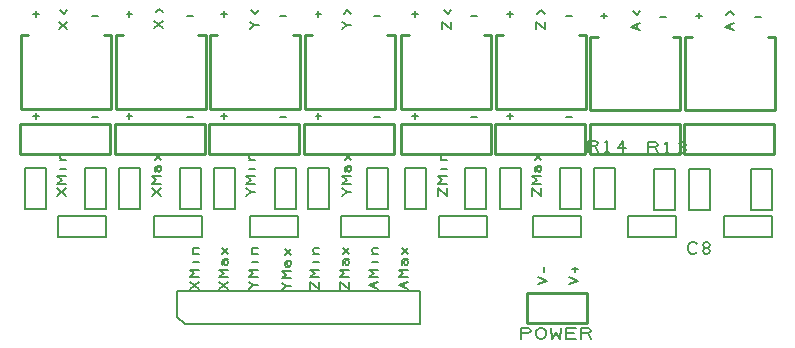
<source format=gto>
G04 DesignSpark PCB Gerber Version 12.0 Build 5942*
%FSLAX35Y35*%
%MOMM*%
%ADD13C,0.12700*%
%ADD10C,0.15700*%
%ADD11C,0.20320*%
%ADD12C,0.25400*%
X0Y0D02*
D02*
D10*
X42656250Y46205000D02*
Y46255000D01*
X42681250Y46230000D02*
X42631250D01*
X42656250Y47065000D02*
Y47115000D01*
X42681250Y47090000D02*
X42631250D01*
X42911250Y45555000D02*
X42836250Y45617500D01*
Y45555000D02*
X42911250Y45617500D01*
Y45655000D02*
X42836250D01*
X42873750Y45686250D01*
X42836250Y45717500D01*
X42911250D01*
Y45780000D02*
X42861250D01*
X42842500D02*
X42911250Y45855000D02*
X42861250D01*
X42880000D02*
X42867500Y45861250D01*
X42861250Y45873750D01*
Y45886250D01*
X42867500Y45898750D01*
X42880000Y45905000D01*
X42911250D01*
X42921250Y46965000D02*
X42846250Y47027500D01*
Y46965000D02*
X42921250Y47027500D01*
Y47127500D02*
X42890000Y47096250D01*
X42858750Y47127500D01*
X43130000Y46218750D02*
X43180000D01*
X43130000Y47078750D02*
X43180000D01*
X43446250Y46205000D02*
Y46255000D01*
X43471250Y46230000D02*
X43421250D01*
X43446250Y47065000D02*
Y47115000D01*
X43471250Y47090000D02*
X43421250D01*
X43711250Y45555000D02*
X43636250Y45617500D01*
Y45555000D02*
X43711250Y45617500D01*
Y45655000D02*
X43636250D01*
X43673750Y45686250D01*
X43636250Y45717500D01*
X43711250D01*
X43667500Y45755000D02*
X43661250Y45767500D01*
Y45786250D01*
X43667500Y45798750D01*
X43680000Y45805000D01*
X43698750D01*
X43705000Y45798750D01*
X43711250Y45786250D01*
Y45773750D01*
X43705000Y45761250D01*
X43698750Y45755000D01*
X43692500D01*
X43686250Y45761250D01*
X43680000Y45773750D01*
Y45786250D01*
X43686250Y45798750D01*
X43692500Y45805000D01*
X43698750D02*
X43711250D01*
Y45855000D02*
X43661250Y45905000D01*
X43711250D02*
X43661250Y45855000D01*
X43731250Y46975000D02*
X43656250Y47037500D01*
Y46975000D02*
X43731250Y47037500D01*
Y47106250D02*
X43700000Y47137500D01*
X43668750Y47106250D01*
X43930000Y46218750D02*
X43980000D01*
X43930000Y47078750D02*
X43980000D01*
X44031250Y44765000D02*
X43956250Y44827500D01*
Y44765000D02*
X44031250Y44827500D01*
Y44865000D02*
X43956250D01*
X43993750Y44896250D01*
X43956250Y44927500D01*
X44031250D01*
Y44990000D02*
X43981250D01*
X43962500D02*
X44031250Y45065000D02*
X43981250D01*
X44000000D02*
X43987500Y45071250D01*
X43981250Y45083750D01*
Y45096250D01*
X43987500Y45108750D01*
X44000000Y45115000D01*
X44031250D01*
X44246250Y46205000D02*
Y46255000D01*
X44271250Y46230000D02*
X44221250D01*
X44246250Y47065000D02*
Y47115000D01*
X44271250Y47090000D02*
X44221250D01*
X44281250Y44765000D02*
X44206250Y44827500D01*
Y44765000D02*
X44281250Y44827500D01*
Y44865000D02*
X44206250D01*
X44243750Y44896250D01*
X44206250Y44927500D01*
X44281250D01*
X44237500Y44965000D02*
X44231250Y44977500D01*
Y44996250D01*
X44237500Y45008750D01*
X44250000Y45015000D01*
X44268750D01*
X44275000Y45008750D01*
X44281250Y44996250D01*
Y44983750D01*
X44275000Y44971250D01*
X44268750Y44965000D01*
X44262500D01*
X44256250Y44971250D01*
X44250000Y44983750D01*
Y44996250D01*
X44256250Y45008750D01*
X44262500Y45015000D01*
X44268750D02*
X44281250D01*
Y45065000D02*
X44231250Y45115000D01*
X44281250D02*
X44231250Y45065000D01*
X44511250Y45586250D02*
X44473750D01*
X44436250Y45555000D01*
X44473750Y45586250D02*
X44436250Y45617500D01*
X44511250Y45655000D02*
X44436250D01*
X44473750Y45686250D01*
X44436250Y45717500D01*
X44511250D01*
Y45780000D02*
X44461250D01*
X44442500D02*
X44511250Y45855000D02*
X44461250D01*
X44480000D02*
X44467500Y45861250D01*
X44461250Y45873750D01*
Y45886250D01*
X44467500Y45898750D01*
X44480000Y45905000D01*
X44511250D01*
X44531250Y44796250D02*
X44493750D01*
X44456250Y44765000D01*
X44493750Y44796250D02*
X44456250Y44827500D01*
X44531250Y44865000D02*
X44456250D01*
X44493750Y44896250D01*
X44456250Y44927500D01*
X44531250D01*
Y44990000D02*
X44481250D01*
X44462500D02*
X44531250Y45065000D02*
X44481250D01*
X44500000D02*
X44487500Y45071250D01*
X44481250Y45083750D01*
Y45096250D01*
X44487500Y45108750D01*
X44500000Y45115000D01*
X44531250D01*
X44541250Y46996250D02*
X44503750D01*
X44466250Y46965000D01*
X44503750Y46996250D02*
X44466250Y47027500D01*
X44541250Y47127500D02*
X44510000Y47096250D01*
X44478750Y47127500D01*
X44720000Y46218750D02*
X44770000D01*
X44720000Y47078750D02*
X44770000D01*
X44811250Y44786250D02*
X44773750D01*
X44736250Y44755000D01*
X44773750Y44786250D02*
X44736250Y44817500D01*
X44811250Y44855000D02*
X44736250D01*
X44773750Y44886250D01*
X44736250Y44917500D01*
X44811250D01*
X44767500Y44955000D02*
X44761250Y44967500D01*
Y44986250D01*
X44767500Y44998750D01*
X44780000Y45005000D01*
X44798750D01*
X44805000Y44998750D01*
X44811250Y44986250D01*
Y44973750D01*
X44805000Y44961250D01*
X44798750Y44955000D01*
X44792500D01*
X44786250Y44961250D01*
X44780000Y44973750D01*
Y44986250D01*
X44786250Y44998750D01*
X44792500Y45005000D01*
X44798750D02*
X44811250D01*
Y45055000D02*
X44761250Y45105000D01*
X44811250D02*
X44761250Y45055000D01*
X44976250Y44765000D02*
Y44827500D01*
X45051250Y44765000D01*
Y44827500D01*
Y44865000D02*
X44976250D01*
X45013750Y44896250D01*
X44976250Y44927500D01*
X45051250D01*
Y44990000D02*
X45001250D01*
X44982500D02*
X45051250Y45065000D02*
X45001250D01*
X45020000D02*
X45007500Y45071250D01*
X45001250Y45083750D01*
Y45096250D01*
X45007500Y45108750D01*
X45020000Y45115000D01*
X45051250D01*
X45046250Y46205000D02*
Y46255000D01*
X45071250Y46230000D02*
X45021250D01*
X45046250Y47065000D02*
Y47115000D01*
X45071250Y47090000D02*
X45021250D01*
X45226250Y44765000D02*
Y44827500D01*
X45301250Y44765000D01*
Y44827500D01*
Y44865000D02*
X45226250D01*
X45263750Y44896250D01*
X45226250Y44927500D01*
X45301250D01*
X45257500Y44965000D02*
X45251250Y44977500D01*
Y44996250D01*
X45257500Y45008750D01*
X45270000Y45015000D01*
X45288750D01*
X45295000Y45008750D01*
X45301250Y44996250D01*
Y44983750D01*
X45295000Y44971250D01*
X45288750Y44965000D01*
X45282500D01*
X45276250Y44971250D01*
X45270000Y44983750D01*
Y44996250D01*
X45276250Y45008750D01*
X45282500Y45015000D01*
X45288750D02*
X45301250D01*
Y45065000D02*
X45251250Y45115000D01*
X45301250D02*
X45251250Y45065000D01*
X45321250Y45586250D02*
X45283750D01*
X45246250Y45555000D01*
X45283750Y45586250D02*
X45246250Y45617500D01*
X45321250Y45655000D02*
X45246250D01*
X45283750Y45686250D01*
X45246250Y45717500D01*
X45321250D01*
X45277500Y45755000D02*
X45271250Y45767500D01*
Y45786250D01*
X45277500Y45798750D01*
X45290000Y45805000D01*
X45308750D01*
X45315000Y45798750D01*
X45321250Y45786250D01*
Y45773750D01*
X45315000Y45761250D01*
X45308750Y45755000D01*
X45302500D01*
X45296250Y45761250D01*
X45290000Y45773750D01*
Y45786250D01*
X45296250Y45798750D01*
X45302500Y45805000D01*
X45308750D02*
X45321250D01*
Y45855000D02*
X45271250Y45905000D01*
X45321250D02*
X45271250Y45855000D01*
X45321250Y46996250D02*
X45283750D01*
X45246250Y46965000D01*
X45283750Y46996250D02*
X45246250Y47027500D01*
X45321250Y47096250D02*
X45290000Y47127500D01*
X45258750Y47096250D01*
X45520000Y46218750D02*
X45570000D01*
X45520000Y47078750D02*
X45570000D01*
X45551250Y44765000D02*
X45476250Y44796250D01*
X45551250Y44827500D01*
X45520000Y44777500D02*
Y44815000D01*
X45551250Y44865000D02*
X45476250D01*
X45513750Y44896250D01*
X45476250Y44927500D01*
X45551250D01*
Y44990000D02*
X45501250D01*
X45482500D02*
X45551250Y45065000D02*
X45501250D01*
X45520000D02*
X45507500Y45071250D01*
X45501250Y45083750D01*
Y45096250D01*
X45507500Y45108750D01*
X45520000Y45115000D01*
X45551250D01*
X45801250Y44765000D02*
X45726250Y44796250D01*
X45801250Y44827500D01*
X45770000Y44777500D02*
Y44815000D01*
X45801250Y44865000D02*
X45726250D01*
X45763750Y44896250D01*
X45726250Y44927500D01*
X45801250D01*
X45757500Y44965000D02*
X45751250Y44977500D01*
Y44996250D01*
X45757500Y45008750D01*
X45770000Y45015000D01*
X45788750D01*
X45795000Y45008750D01*
X45801250Y44996250D01*
Y44983750D01*
X45795000Y44971250D01*
X45788750Y44965000D01*
X45782500D01*
X45776250Y44971250D01*
X45770000Y44983750D01*
Y44996250D01*
X45776250Y45008750D01*
X45782500Y45015000D01*
X45788750D02*
X45801250D01*
Y45065000D02*
X45751250Y45115000D01*
X45801250D02*
X45751250Y45065000D01*
X45866250Y46205000D02*
Y46255000D01*
X45891250Y46230000D02*
X45841250D01*
X45866250Y47065000D02*
Y47115000D01*
X45891250Y47090000D02*
X45841250D01*
X46056250Y45555000D02*
Y45617500D01*
X46131250Y45555000D01*
Y45617500D01*
Y45655000D02*
X46056250D01*
X46093750Y45686250D01*
X46056250Y45717500D01*
X46131250D01*
Y45780000D02*
X46081250D01*
X46062500D02*
X46131250Y45855000D02*
X46081250D01*
X46100000D02*
X46087500Y45861250D01*
X46081250Y45873750D01*
Y45886250D01*
X46087500Y45898750D01*
X46100000Y45905000D01*
X46131250D01*
X46096250Y46965000D02*
Y47027500D01*
X46171250Y46965000D01*
Y47027500D01*
Y47127500D02*
X46140000Y47096250D01*
X46108750Y47127500D01*
X46340000Y46218750D02*
X46390000D01*
X46340000Y47078750D02*
X46390000D01*
X46666250Y46205000D02*
Y46255000D01*
X46691250Y46230000D02*
X46641250D01*
X46666250Y47065000D02*
Y47115000D01*
X46691250Y47090000D02*
X46641250D01*
X46856250Y45555000D02*
Y45617500D01*
X46931250Y45555000D01*
Y45617500D01*
Y45655000D02*
X46856250D01*
X46893750Y45686250D01*
X46856250Y45717500D01*
X46931250D01*
X46887500Y45755000D02*
X46881250Y45767500D01*
Y45786250D01*
X46887500Y45798750D01*
X46900000Y45805000D01*
X46918750D01*
X46925000Y45798750D01*
X46931250Y45786250D01*
Y45773750D01*
X46925000Y45761250D01*
X46918750Y45755000D01*
X46912500D01*
X46906250Y45761250D01*
X46900000Y45773750D01*
Y45786250D01*
X46906250Y45798750D01*
X46912500Y45805000D01*
X46918750D02*
X46931250D01*
Y45855000D02*
X46881250Y45905000D01*
X46931250D02*
X46881250Y45855000D01*
X46886250Y46965000D02*
Y47027500D01*
X46961250Y46965000D01*
Y47027500D01*
Y47096250D02*
X46930000Y47127500D01*
X46898750Y47096250D01*
X46906250Y44805000D02*
X46981250Y44836250D01*
X46906250Y44867500D01*
X46956250Y44905000D02*
Y44955000D01*
X47140000Y46218750D02*
X47190000D01*
X47140000Y47078750D02*
X47190000D01*
X47166250Y44805000D02*
X47241250Y44836250D01*
X47166250Y44867500D01*
X47216250Y44905000D02*
Y44955000D01*
X47241250Y44930000D02*
X47191250D01*
X47466250Y47055000D02*
Y47105000D01*
X47491250Y47080000D02*
X47441250D01*
X47771250Y46955000D02*
X47696250Y46986250D01*
X47771250Y47017500D01*
X47740000Y46967500D02*
Y47005000D01*
X47771250Y47117500D02*
X47740000Y47086250D01*
X47708750Y47117500D01*
X47940000Y47068750D02*
X47990000D01*
X48266250Y47055000D02*
Y47105000D01*
X48291250Y47080000D02*
X48241250D01*
X48561250Y46955000D02*
X48486250Y46986250D01*
X48561250Y47017500D01*
X48530000Y46967500D02*
Y47005000D01*
X48561250Y47086250D02*
X48530000Y47117500D01*
X48498750Y47086250D01*
X48740000Y47068750D02*
X48790000D01*
D02*
D11*
X42561100Y45787720D02*
X42738900D01*
Y45442280D01*
X42561100D01*
Y45787720D01*
X43071100D02*
X43248900D01*
Y45442280D01*
X43071100D01*
Y45787720D01*
X43361100D02*
X43538900D01*
Y45442280D01*
X43361100D01*
Y45787720D01*
X43871100D02*
X44048900D01*
Y45442280D01*
X43871100D01*
Y45787720D01*
X44161100D02*
X44338900D01*
Y45442280D01*
X44161100D01*
Y45787720D01*
X44681100D02*
X44858900D01*
Y45442280D01*
X44681100D01*
Y45787720D01*
X44961100D02*
X45138900D01*
Y45442280D01*
X44961100D01*
Y45787720D01*
X45461100D02*
X45638900D01*
Y45442280D01*
X45461100D01*
Y45787720D01*
X45781100D02*
X45958900D01*
Y45442280D01*
X45781100D01*
Y45787720D01*
X46291100D02*
X46468900D01*
Y45442280D01*
X46291100D01*
Y45787720D01*
X46581100D02*
X46758900D01*
Y45442280D01*
X46581100D01*
Y45787720D01*
X47091100D02*
X47268900D01*
Y45442280D01*
X47091100D01*
Y45787720D01*
X47381100D02*
X47558900D01*
Y45442280D01*
X47381100D01*
Y45787720D01*
X47891100Y45777720D02*
X48068900D01*
Y45432280D01*
X47891100D01*
Y45777720D01*
X48181100D02*
X48358900D01*
Y45432280D01*
X48181100D01*
Y45777720D01*
X48711100D02*
X48888900D01*
Y45432280D01*
X48711100D01*
Y45777720D01*
D02*
D12*
X42523000Y45908000D02*
X43285000D01*
Y46162000D01*
X42523000D01*
Y45908000D01*
X43230000Y46911000D02*
X43291000D01*
Y46291000D01*
X42529000D01*
Y46911000D01*
X42590000D01*
X43323000Y45908000D02*
X44085000D01*
Y46162000D01*
X43323000D01*
Y45908000D01*
X44030000Y46911000D02*
X44091000D01*
Y46291000D01*
X43329000D01*
Y46911000D01*
X43390000D01*
X44123000Y45908000D02*
X44885000D01*
Y46162000D01*
X44123000D01*
Y45908000D01*
X44830000Y46911000D02*
X44891000D01*
Y46291000D01*
X44129000D01*
Y46911000D01*
X44190000D01*
X44923000Y45908000D02*
X45685000D01*
Y46162000D01*
X44923000D01*
Y45908000D01*
X45630000Y46911000D02*
X45691000D01*
Y46291000D01*
X44929000D01*
Y46911000D01*
X44990000D01*
X45743000Y45908000D02*
X46505000D01*
Y46162000D01*
X45743000D01*
Y45908000D01*
X46450000Y46911000D02*
X46511000D01*
Y46291000D01*
X45749000D01*
Y46911000D01*
X45810000D01*
X46543000Y45908000D02*
X47305000D01*
Y46162000D01*
X46543000D01*
Y45908000D01*
X46813000Y44478000D02*
X47321000D01*
Y44732000D01*
X46813000D01*
Y44478000D01*
X47250000Y46911000D02*
X47311000D01*
Y46291000D01*
X46549000D01*
Y46911000D01*
X46610000D01*
X47343000Y45908000D02*
X48105000D01*
Y46162000D01*
X47343000D01*
Y45908000D01*
X48050000Y46901000D02*
X48111000D01*
Y46281000D01*
X47349000D01*
Y46901000D01*
X47410000D01*
X48143000Y45908000D02*
X48905000D01*
Y46162000D01*
X48143000D01*
Y45908000D01*
X48850000Y46901000D02*
X48911000D01*
Y46281000D01*
X48149000D01*
Y46901000D01*
X48210000D01*
D02*
D13*
X42836800Y45206100D02*
X43243200D01*
Y45383900D01*
X42836800D01*
Y45206100D01*
X43656800D02*
X44063200D01*
Y45383900D01*
X43656800D01*
Y45206100D01*
X43850300Y44744700D02*
X45907700D01*
Y44465300D01*
X43913800D01*
X43850300Y44528800D01*
Y44744700D01*
X44466800Y45206100D02*
X44873200D01*
Y45383900D01*
X44466800D01*
Y45206100D01*
X45236800D02*
X45643200D01*
Y45383900D01*
X45236800D01*
Y45206100D01*
X46066800D02*
X46473200D01*
Y45383900D01*
X46066800D01*
Y45206100D01*
X46765000Y44341810D02*
Y44437060D01*
X46820560D01*
X46836440Y44429130D01*
X46844380Y44413250D01*
X46836440Y44397380D01*
X46820560Y44389440D01*
X46765000D01*
X46892000Y44373560D02*
Y44405310D01*
X46899940Y44421190D01*
X46907880Y44429130D01*
X46923750Y44437060D01*
X46939630D01*
X46955500Y44429130D01*
X46963440Y44421190D01*
X46971380Y44405310D01*
Y44373560D01*
X46963440Y44357690D01*
X46955500Y44349750D01*
X46939630Y44341810D01*
X46923750D01*
X46907880Y44349750D01*
X46899940Y44357690D01*
X46892000Y44373560D01*
X47019000Y44437060D02*
X47026940Y44341810D01*
X47058690Y44389440D01*
X47090440Y44341810D01*
X47098380Y44437060D01*
X47146000Y44341810D02*
Y44437060D01*
X47225380D01*
X47209500Y44389440D02*
X47146000D01*
Y44341810D02*
X47225380D01*
X47273000D02*
Y44437060D01*
X47328560D01*
X47344440Y44429130D01*
X47352380Y44413250D01*
X47344440Y44397380D01*
X47328560Y44389440D01*
X47273000D01*
X47328560D02*
X47352380Y44341810D01*
X46866800Y45206100D02*
X47273200D01*
Y45383900D01*
X46866800D01*
Y45206100D01*
X47330300Y45925830D02*
Y46021080D01*
X47385860D01*
X47401740Y46013150D01*
X47409680Y45997270D01*
X47401740Y45981400D01*
X47385860Y45973460D01*
X47330300D01*
X47385860D02*
X47409680Y45925830D01*
X47473180D02*
X47504930D01*
X47489050D02*
Y46021080D01*
X47473180Y46005210D01*
X47623990Y45925830D02*
Y46021080D01*
X47584300Y45957580D01*
X47647800D01*
X47666800Y45206100D02*
X48073200D01*
Y45383900D01*
X47666800D01*
Y45206100D01*
X47840300Y45915830D02*
Y46011080D01*
X47895860D01*
X47911740Y46003150D01*
X47919680Y45987270D01*
X47911740Y45971400D01*
X47895860Y45963460D01*
X47840300D01*
X47895860D02*
X47919680Y45915830D01*
X47983180D02*
X48014930D01*
X47999050D02*
Y46011080D01*
X47983180Y45995210D01*
X48102240Y45923770D02*
X48118110Y45915830D01*
X48133990D01*
X48149860Y45923770D01*
X48157800Y45939650D01*
X48149860Y45955520D01*
X48133990Y45963460D01*
X48118110D01*
X48133990D02*
X48149860Y45971400D01*
X48157800Y45987270D01*
X48149860Y46003150D01*
X48133990Y46011080D01*
X48118110D01*
X48102240Y46003150D01*
X48251380Y45080690D02*
X48243440Y45072750D01*
X48227560Y45064810D01*
X48203750D01*
X48187880Y45072750D01*
X48179940Y45080690D01*
X48172000Y45096560D01*
Y45128310D01*
X48179940Y45144190D01*
X48187880Y45152130D01*
X48203750Y45160060D01*
X48227560D01*
X48243440Y45152130D01*
X48251380Y45144190D01*
X48322810Y45112440D02*
X48338690D01*
X48354560Y45120380D01*
X48362500Y45136250D01*
X48354560Y45152130D01*
X48338690Y45160060D01*
X48322810D01*
X48306940Y45152130D01*
X48299000Y45136250D01*
X48306940Y45120380D01*
X48322810Y45112440D01*
X48306940Y45104500D01*
X48299000Y45088630D01*
X48306940Y45072750D01*
X48322810Y45064810D01*
X48338690D01*
X48354560Y45072750D01*
X48362500Y45088630D01*
X48354560Y45104500D01*
X48338690Y45112440D01*
X48476800Y45206100D02*
X48883200D01*
Y45383900D01*
X48476800D01*
Y45206100D01*
X0Y0D02*
M02*

</source>
